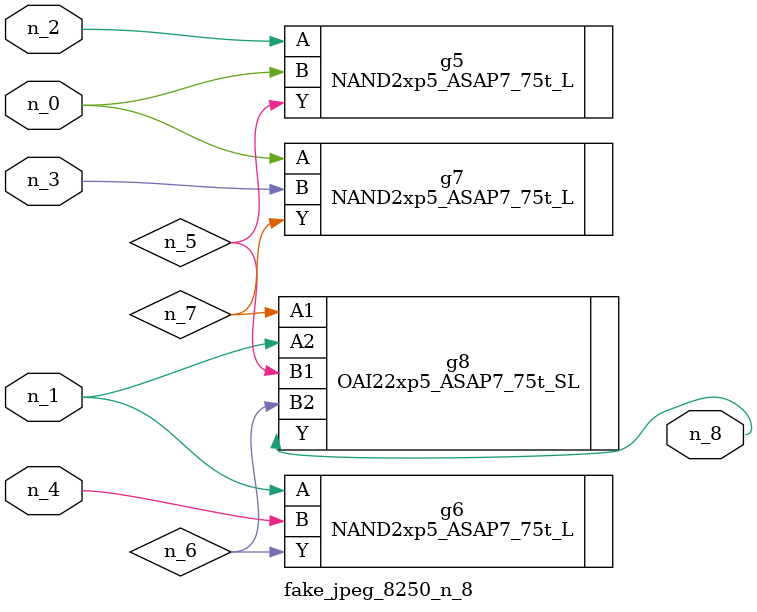
<source format=v>
module fake_jpeg_8250_n_8 (n_3, n_2, n_1, n_0, n_4, n_8);

input n_3;
input n_2;
input n_1;
input n_0;
input n_4;

output n_8;

wire n_6;
wire n_5;
wire n_7;

NAND2xp5_ASAP7_75t_L g5 ( 
.A(n_2),
.B(n_0),
.Y(n_5)
);

NAND2xp5_ASAP7_75t_L g6 ( 
.A(n_1),
.B(n_4),
.Y(n_6)
);

NAND2xp5_ASAP7_75t_L g7 ( 
.A(n_0),
.B(n_3),
.Y(n_7)
);

OAI22xp5_ASAP7_75t_SL g8 ( 
.A1(n_7),
.A2(n_1),
.B1(n_5),
.B2(n_6),
.Y(n_8)
);


endmodule
</source>
